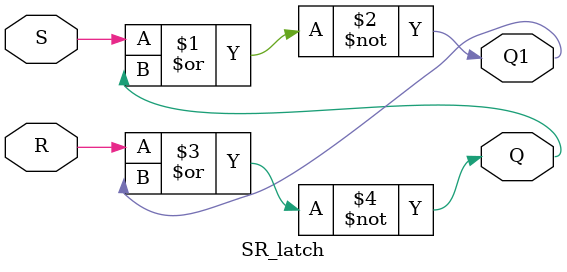
<source format=v>
`timescale 1ns / 1ps


module SR_latch(Q,Q1,S,R);
output Q,Q1;
input S,R;
//assign Q1=~Q;

nor G1(Q1,S,Q);
nor G2(Q,R,Q1);



endmodule

</source>
